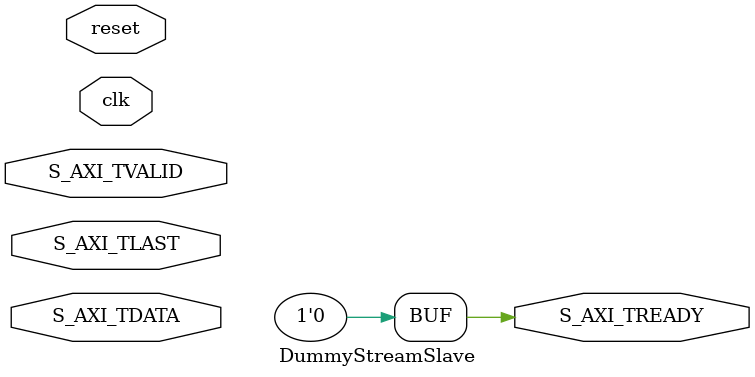
<source format=v>
module DummyStreamSlave #
(
    parameter integer DATA_WIDTH        = 32,
    parameter integer STORAGE_IDX_WIDTH = 10,     //// 4 Kb
    parameter [0:0]   SINK_MODE         = 0
)
(
    // AXIS Slave Interface   store in terface
    input  wire [DATA_WIDTH-1:0]     S_AXI_TDATA,
//    input  wire [DATA_WIDTH/8-1:0]   S_AXI_TKEEP,  // <= tkeep added
    input  wire                      S_AXI_TVALID,
    output wire                      S_AXI_TREADY,
    input  wire                      S_AXI_TLAST,

    input   wire clk,
    input   wire reset
);

assign S_AXI_TREADY  = SINK_MODE; // Dummy implementation, always not ready

endmodule

</source>
